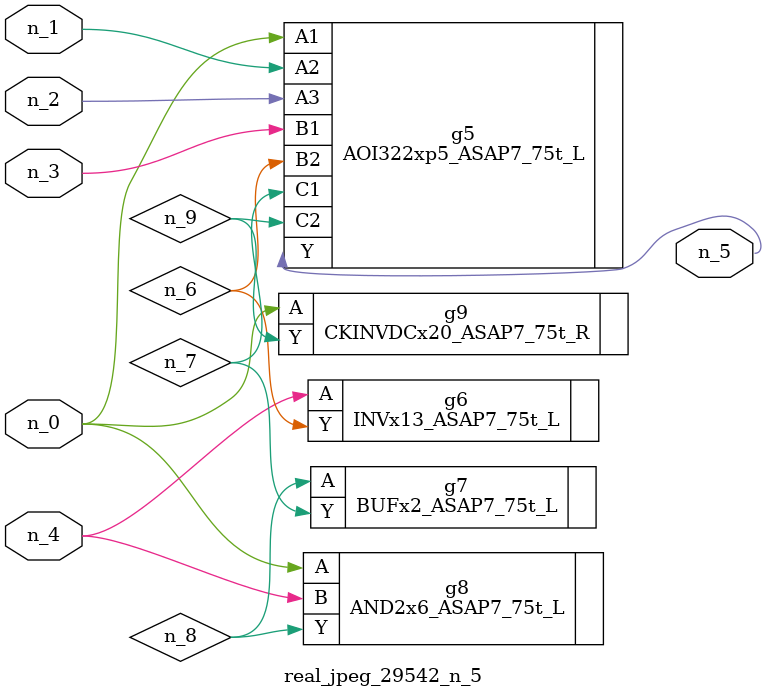
<source format=v>
module real_jpeg_29542_n_5 (n_4, n_0, n_1, n_2, n_3, n_5);

input n_4;
input n_0;
input n_1;
input n_2;
input n_3;

output n_5;

wire n_8;
wire n_6;
wire n_7;
wire n_9;

AOI322xp5_ASAP7_75t_L g5 ( 
.A1(n_0),
.A2(n_1),
.A3(n_2),
.B1(n_3),
.B2(n_6),
.C1(n_7),
.C2(n_9),
.Y(n_5)
);

AND2x6_ASAP7_75t_L g8 ( 
.A(n_0),
.B(n_4),
.Y(n_8)
);

CKINVDCx20_ASAP7_75t_R g9 ( 
.A(n_0),
.Y(n_9)
);

INVx13_ASAP7_75t_L g6 ( 
.A(n_4),
.Y(n_6)
);

BUFx2_ASAP7_75t_L g7 ( 
.A(n_8),
.Y(n_7)
);


endmodule
</source>
